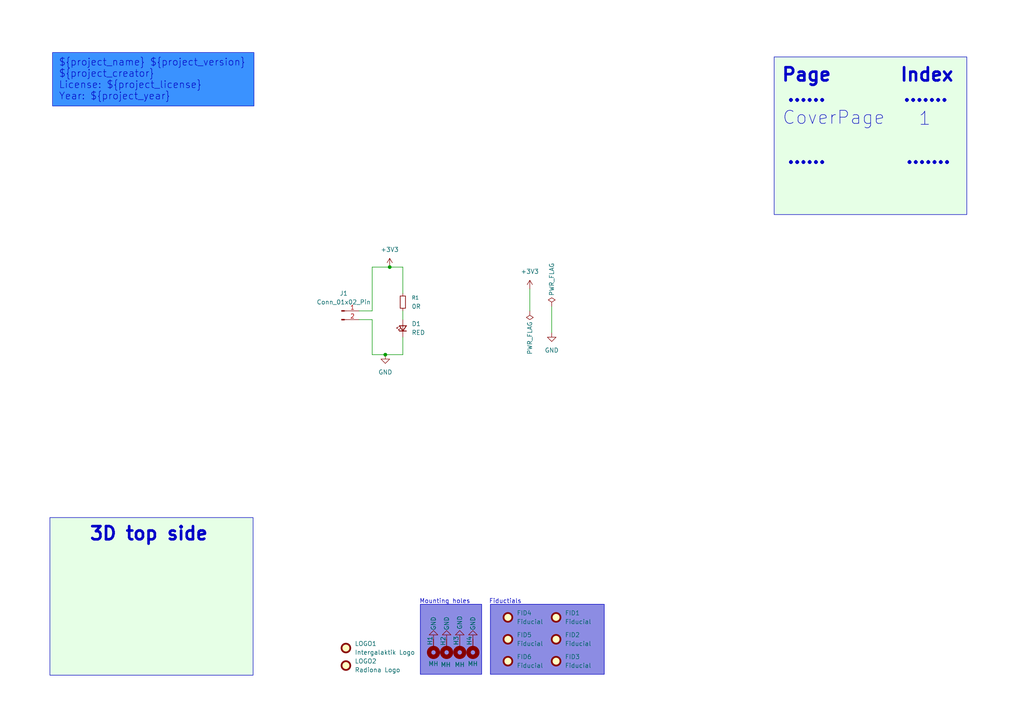
<source format=kicad_sch>
(kicad_sch (version 20250114) (generator "eeschema") (generator_version "9.0")
  (paper "A4")
  (title_block (title "${project_name}") (date "2025-08-19") (rev "${project_version}") (company "${project_creator}") (comment 1 "${project_license}"))
  (lib_symbols
    (symbol "Connector:Conn_01x02_Pin" (pin_names (offset 1.016) (hide yes))
      (property "Reference" "J" (at 0 2.54 0))
      (property "Value" "Conn_01x02_Pin" (at 0 -5.08 0))
      (symbol "Conn_01x02_Pin_1_1"
        (rectangle (start 0.8636 0.127) (end 0 -0.127) (stroke (width 0.1524)) (fill (type outline)))
        (rectangle (start 0.8636 -2.413) (end 0 -2.667) (stroke (width 0.1524)) (fill (type outline)))
        (polyline (pts (xy 1.27 0) (xy 0.8636 0)) (stroke (width 0.1524)))
        (polyline (pts (xy 1.27 -2.54) (xy 0.8636 -2.54)) (stroke (width 0.1524)))
        (pin passive line (at 5.08 0 180) (length 3.81) (name "Pin_1") (number "1"))
        (pin passive line (at 5.08 -2.54 180) (length 3.81) (name "Pin_2") (number "2"))
      )
    )
    (symbol "Device:LED_Small" (pin_numbers (hide yes)) (pin_names (offset 0.254) (hide yes))
      (property "Reference" "D" (at -1.27 3.175 0))
      (property "Value" "LED_Small" (at -4.445 -2.54 0))
      (symbol "LED_Small_0_1"
        (polyline (pts (xy -0.762 -1.016) (xy -0.762 1.016)) (stroke (width 0.254)))
        (polyline (pts (xy 0 0.762) (xy -0.508 1.27) (xy -0.254 1.27) (xy -0.508 1.27) (xy -0.508 1.016)))
        (polyline (pts (xy 0.508 1.27) (xy 0 1.778) (xy 0.254 1.778) (xy 0 1.778) (xy 0 1.524)))
        (polyline (pts (xy 0.762 -1.016) (xy -0.762 0) (xy 0.762 1.016) (xy 0.762 -1.016)) (stroke (width 0.254)))
        (polyline (pts (xy 1.016 0) (xy -0.762 0)))
      )
      (symbol "LED_Small_1_1"
        (pin passive line (at -2.54 0 0) (length 1.778) (name "K") (number "1"))
        (pin passive line (at 2.54 0 180) (length 1.778) (name "A") (number "2"))
      )
    )
    (symbol "Device:R_Small" (pin_numbers (hide yes)) (pin_names (offset 0.254) (hide yes))
      (property "Reference" "R" (at 0 0 90))
      (property "Value" "R_Small" (at 1.778 0 90))
      (symbol "R_Small_0_1"
        (rectangle (start -0.762 1.778) (end 0.762 -1.778) (stroke (width 0.2032)))
      )
      (symbol "R_Small_1_1"
        (pin passive line (at 0 2.54 270) (length 0.762) (name "~") (number "1"))
        (pin passive line (at 0 -2.54 90) (length 0.762) (name "~") (number "2"))
      )
    )
    (symbol "Mechanical:Fiducial" (in_bom no)
      (property "Reference" "FID" (at 0 5.08 0))
      (property "Value" "Fiducial" (at 0 3.175 0))
      (symbol "Fiducial_0_1"
        (circle (center 0 0) (radius 1.27) (stroke (width 0.508)) (fill (type background)))
      )
    )
    (symbol "Mechanical:MountingHole_Pad" (pin_numbers (hide yes)) (pin_names (offset 1.016) (hide yes)) (in_bom no)
      (property "Reference" "H" (at 0 6.35 0))
      (property "Value" "MountingHole_Pad" (at 0 4.445 0))
      (symbol "MountingHole_Pad_0_1"
        (circle (center 0 1.27) (radius 1.27) (stroke (width 1.27)))
      )
      (symbol "MountingHole_Pad_1_1"
        (pin input line (at 0 -2.54 90) (length 2.54) (name "1") (number "1"))
      )
    )
    (symbol "power:+3V3" (power) (pin_numbers (hide yes)) (pin_names (offset 0) (hide yes))
      (property "Value" "+3V3" (at 0 3.556 0))
      (symbol "+3V3_0_1"
        (polyline (pts (xy -0.762 1.27) (xy 0 2.54)))
        (polyline (pts (xy 0 2.54) (xy 0.762 1.27)))
        (polyline (pts (xy 0 0) (xy 0 2.54)))
      )
      (symbol "+3V3_1_1"
        (pin power_in line (at 0 0 90) (length 0) (name "~") (number "1"))
      )
    )
    (symbol "power:GND" (power) (pin_numbers (hide yes)) (pin_names (offset 0) (hide yes))
      (property "Value" "GND" (at 0 -3.81 0))
      (symbol "GND_0_1"
        (polyline (pts (xy 0 0) (xy 0 -1.27) (xy 1.27 -1.27) (xy 0 -2.54) (xy -1.27 -1.27) (xy 0 -1.27)))
      )
      (symbol "GND_1_1"
        (pin power_in line (at 0 0 270) (length 0) (name "~") (number "1"))
      )
    )
    (symbol "power:PWR_FLAG" (power) (pin_numbers (hide yes)) (pin_names (offset 0) (hide yes))
      (property "Value" "PWR_FLAG" (at 0 3.81 0))
      (symbol "PWR_FLAG_0_0"
        (pin power_out line (at 0 0 90) (length 0) (name "~") (number "1"))
      )
      (symbol "PWR_FLAG_0_1"
        (polyline (pts (xy 0 0) (xy 0 1.27) (xy -1.016 1.905) (xy 0 2.54) (xy 1.016 1.905) (xy 0 1.27)))
      )
    )
  )
  (rectangle (start 142.24 175.26) (end 175.26 195.58) (fill (type color) (color 0 0 194 0.45)))
  (rectangle (start 224.536 16.51) (end 280.416 62.23) (fill (type color) (color 0 255 0 0.1)))
  (rectangle (start 121.92 175.26) (end 139.7 195.58) (fill (type color) (color 0 0 194 0.45)))
  (rectangle (start 14.478 150.114) (end 73.406 195.834) (fill (type color) (color 0 255 0 0.1)))
  (rectangle (start 15.24 15.24) (end 73.66 30.734) (fill (type color) (color 58 146 255 1)))
  (text "Fiductials" (at 146.558 174.498 0) (effects (font (size 1.27 1.27))))
  (text "3D top side" (at 43.18 154.94 0) (effects (font (size 3.81 3.81) (thickness 0.762) (bold yes))))
  (text "......" (at 233.934 27.686 0) (effects (font (size 3.81 3.81) (thickness 0.762) (bold yes))))
  (text "1" (at 268.224 34.544 0) (effects (font (size 3.81 3.81))))
  (text "CoverPage" (at 241.808 34.29 0) (effects (font (size 3.81 3.81))))
  (text "......" (at 233.934 45.72 0) (effects (font (size 3.81 3.81) (thickness 0.762) (bold yes))))
  (text "${project_name} ${project_version}\n${project_creator}\nLicense: ${project_license}\nYear: ${project_year}" (at 17.018 17.018 0) (effects (font (size 2.032 2.032)) (justify left top)))
  (text "Page" (at 233.934 21.844 0) (effects (font (size 3.81 3.81) (thickness 0.762) (bold yes))))
  (text "Mounting holes" (at 129.032 174.498 0) (effects (font (size 1.27 1.27))))
  (text "......." (at 269.24 45.72 0) (effects (font (size 3.81 3.81) (thickness 0.762) (bold yes))))
  (text "         Index" (at 255.778 21.844 0) (effects (font (size 3.81 3.81) (thickness 0.762) (bold yes))))
  (text "......." (at 268.478 27.686 0) (effects (font (size 3.81 3.81) (thickness 0.762) (bold yes))))
  (junction (at 113.03 77.47))
  (junction (at 111.76 102.87))
  (wire (pts (xy 107.95 77.47) (xy 113.03 77.47)))
  (wire (pts (xy 116.84 102.87) (xy 116.84 97.79)))
  (wire (pts (xy 153.67 83.82) (xy 153.67 90.17)))
  (wire (pts (xy 107.95 102.87) (xy 111.76 102.87)))
  (wire (pts (xy 116.84 90.17) (xy 116.84 92.71)))
  (wire (pts (xy 107.95 90.17) (xy 107.95 77.47)))
  (wire (pts (xy 111.76 102.87) (xy 116.84 102.87)))
  (wire (pts (xy 160.02 88.9) (xy 160.02 96.52)))
  (wire (pts (xy 104.14 90.17) (xy 107.95 90.17)))
  (wire (pts (xy 116.84 77.47) (xy 116.84 85.09)))
  (wire (pts (xy 107.95 92.71) (xy 107.95 102.87)))
  (wire (pts (xy 104.14 92.71) (xy 107.95 92.71)))
  (wire (pts (xy 113.03 77.47) (xy 116.84 77.47)))
  (symbol (lib_id "Mechanical:Fiducial") (at 147.32 179.07 0) (unit 1) (in_bom no)
    (property "Reference" "FID4" (at 149.86 177.7999 0) (effects (justify left)))
    (property "Value" "Fiducial" (at 149.86 180.3399 0) (effects (justify left)))
    (property "Footprint" "Fiducial:Fiducial_0.5mm_Mask1mm" (effects (hide yes)))
    (property "Description" "Fiducial Marker" (effects (hide yes)))
  )
  (symbol (lib_id "Mechanical:MountingHole_Pad") (at 137.16 187.96 180) (unit 1) (in_bom no)
    (property "Reference" "H4" (at 136.144 187.198 90) (effects (justify right)))
    (property "Value" "MH" (at 135.636 192.532 0) (effects (justify right)))
    (property "Footprint" "MountingHole:MountingHole_3mm_Pad" (effects (hide yes)))
    (property "Description" "Mounting Hole with connection" (effects (hide yes)))
  )
  (symbol (lib_id "Device:LED_Small") (at 116.84 95.25 90) (unit 1)
    (property "Reference" "D1" (at 119.38 93.9164 90) (effects (justify right)))
    (property "Value" "RED" (at 119.38 96.4564 90) (effects (justify right)))
    (property "Footprint" "LED_SMD:LED_0603_1608Metric" (effects (hide yes)))
    (property "Description" "Light emitting diode, small symbol" (effects (hide yes)))
    (property "Sim.Pin" "1=K 2=A" (effects (hide yes)))
    (property "LCSC" "C965799" (effects (hide yes)))
  )
  (symbol (lib_id "power:GND") (at 137.16 185.42 180) (unit 1)
    (property "Reference" "#PWR08" (effects (hide yes)))
    (property "Value" "GND" (at 137.16 182.88 90) (effects (justify right)))
    (property "Description" "Power symbol creates a global label with name \"GND\" , ground" (effects (hide yes)))
  )
  (symbol (lib_id "Mechanical:Fiducial") (at 161.29 185.42 0) (unit 1) (in_bom no)
    (property "Reference" "FID2" (at 163.83 184.1499 0) (effects (justify left)))
    (property "Value" "Fiducial" (at 163.83 186.6899 0) (effects (justify left)))
    (property "Footprint" "Fiducial:Fiducial_0.5mm_Mask1mm" (effects (hide yes)))
    (property "Description" "Fiducial Marker" (effects (hide yes)))
  )
  (symbol (lib_id "Device:R_Small") (at 116.84 87.63 0) (unit 1)
    (property "Reference" "R1" (at 119.38 86.3599 0) (effects (font (size 1.016 1.016)) (justify left)))
    (property "Value" "0R" (at 119.38 88.8999 0) (effects (justify left)))
    (property "Footprint" "Capacitor_SMD:C_0402_1005Metric" (effects (hide yes)))
    (property "Description" "Resistor, small symbol" (effects (hide yes)))
    (property "LCSC" "C106231" (effects (hide yes)))
  )
  (symbol (lib_id "power:GND") (at 125.73 185.42 180) (unit 1)
    (property "Reference" "#PWR05" (effects (hide yes)))
    (property "Value" "GND" (at 125.73 182.88 90) (effects (justify right)))
    (property "Description" "Power symbol creates a global label with name \"GND\" , ground" (effects (hide yes)))
  )
  (symbol (lib_id "power:+3V3") (at 113.03 77.47 0) (unit 1)
    (property "Reference" "#PWR02" (effects (hide yes)))
    (property "Value" "+3V3" (at 113.03 72.39 0))
    (property "Description" "Power symbol creates a global label with name \"+3V3\"" (effects (hide yes)))
  )
  (symbol (lib_id "power:PWR_FLAG") (at 160.02 88.9 0) (unit 1)
    (property "Reference" "#FLG02" (effects (hide yes)))
    (property "Value" "PWR_FLAG" (at 160.02 81.026 90))
    (property "Description" "Special symbol for telling ERC where power comes from" (effects (hide yes)))
  )
  (symbol (lib_id "Mechanical:MountingHole_Pad") (at 133.35 187.96 180) (unit 1) (in_bom no)
    (property "Reference" "H3" (at 132.334 187.198 90) (effects (justify right)))
    (property "Value" "MH" (at 131.826 192.786 0) (effects (justify right)))
    (property "Footprint" "MountingHole:MountingHole_3mm_Pad" (effects (hide yes)))
    (property "Description" "Mounting Hole with connection" (effects (hide yes)))
  )
  (symbol (lib_id "power:GND") (at 133.35 185.42 180) (unit 1)
    (property "Reference" "#PWR07" (effects (hide yes)))
    (property "Value" "GND" (at 133.35 182.626 90) (effects (justify right)))
    (property "Description" "Power symbol creates a global label with name \"GND\" , ground" (effects (hide yes)))
  )
  (symbol (lib_id "power:+3V3") (at 153.67 83.82 0) (unit 1)
    (property "Reference" "#PWR03" (effects (hide yes)))
    (property "Value" "+3V3" (at 153.67 78.74 0))
    (property "Description" "Power symbol creates a global label with name \"+3V3\"" (effects (hide yes)))
  )
  (symbol (lib_id "Mechanical:Fiducial") (at 161.29 179.07 0) (unit 1) (in_bom no)
    (property "Reference" "FID1" (at 163.83 177.7999 0) (effects (justify left)))
    (property "Value" "Fiducial" (at 163.83 180.3399 0) (effects (justify left)))
    (property "Footprint" "Fiducial:Fiducial_0.5mm_Mask1mm" (effects (hide yes)))
    (property "Description" "Fiducial Marker" (effects (hide yes)))
  )
  (symbol (lib_id "Mechanical:MountingHole_Pad") (at 125.73 187.96 180) (unit 1) (in_bom no)
    (property "Reference" "H1" (at 124.714 187.198 90) (effects (justify right)))
    (property "Value" "MH" (at 124.206 192.532 0) (effects (justify right)))
    (property "Footprint" "MountingHole:MountingHole_3mm_Pad" (effects (hide yes)))
    (property "Description" "Mounting Hole with connection" (effects (hide yes)))
  )
  (symbol (lib_id "Mechanical:MountingHole_Pad") (at 129.54 187.96 180) (unit 1) (in_bom no)
    (property "Reference" "H2" (at 128.524 185.928 90))
    (property "Value" "MH" (at 129.286 192.786 0))
    (property "Footprint" "MountingHole:MountingHole_3mm_Pad" (effects (hide yes)))
    (property "Description" "Mounting Hole with connection" (effects (hide yes)))
  )
  (symbol (lib_id "power:PWR_FLAG") (at 153.67 90.17 180) (unit 1)
    (property "Reference" "#FLG01" (effects (hide yes)))
    (property "Value" "PWR_FLAG" (at 153.67 98.044 90))
    (property "Description" "Special symbol for telling ERC where power comes from" (effects (hide yes)))
  )
  (symbol (lib_id "Connector:Conn_01x02_Pin") (at 99.06 90.17 0) (unit 1)
    (property "Reference" "J1" (at 99.695 85.09 0))
    (property "Value" "Conn_01x02_Pin" (at 99.695 87.63 0))
    (property "Footprint" "Connector_PinHeader_2.54mm:PinHeader_1x02_P2.54mm_Vertical" (effects (hide yes)))
    (property "Description" "Generic connector, single row, 01x02, script generated" (effects (hide yes)))
    (property "LCSC" "C18077872" (effects (hide yes)))
  )
  (symbol (lib_id "Mechanical:Fiducial") (at 100.33 193.04 0) (unit 1) (in_bom no)
    (property "Reference" "LOGO2" (at 102.87 191.7699 0) (effects (justify left)))
    (property "Value" "Radiona Logo" (at 102.87 194.3099 0) (effects (justify left)))
    (property "Footprint" "radiona:radiona" (effects (hide yes)))
    (property "Description" "Fiducial Marker" (effects (hide yes)))
  )
  (symbol (lib_id "Mechanical:Fiducial") (at 147.32 191.77 0) (unit 1) (in_bom no)
    (property "Reference" "FID6" (at 149.86 190.4999 0) (effects (justify left)))
    (property "Value" "Fiducial" (at 149.86 193.0399 0) (effects (justify left)))
    (property "Footprint" "Fiducial:Fiducial_0.5mm_Mask1mm" (effects (hide yes)))
    (property "Description" "Fiducial Marker" (effects (hide yes)))
  )
  (symbol (lib_id "power:GND") (at 111.76 102.87 0) (unit 1)
    (property "Reference" "#PWR01" (effects (hide yes)))
    (property "Value" "GND" (at 111.76 107.95 0))
    (property "Description" "Power symbol creates a global label with name \"GND\" , ground" (effects (hide yes)))
  )
  (symbol (lib_id "power:GND") (at 129.54 185.42 180) (unit 1)
    (property "Reference" "#PWR06" (effects (hide yes)))
    (property "Value" "GND" (at 129.54 182.88 90) (effects (justify right)))
    (property "Description" "Power symbol creates a global label with name \"GND\" , ground" (effects (hide yes)))
  )
  (symbol (lib_id "Mechanical:Fiducial") (at 147.32 185.42 0) (unit 1) (in_bom no)
    (property "Reference" "FID5" (at 149.86 184.1499 0) (effects (justify left)))
    (property "Value" "Fiducial" (at 149.86 186.6899 0) (effects (justify left)))
    (property "Footprint" "Fiducial:Fiducial_0.5mm_Mask1mm" (effects (hide yes)))
    (property "Description" "Fiducial Marker" (effects (hide yes)))
  )
  (symbol (lib_id "Mechanical:Fiducial") (at 100.33 187.96 0) (unit 1) (in_bom no)
    (property "Reference" "LOGO1" (at 102.87 186.6899 0) (effects (justify left)))
    (property "Value" "Intergalaktik Logo" (at 102.87 189.2299 0) (effects (justify left)))
    (property "Footprint" "intergalaktik:intergalaktik" (effects (hide yes)))
    (property "Description" "Fiducial Marker" (effects (hide yes)))
  )
  (symbol (lib_id "power:GND") (at 160.02 96.52 0) (unit 1)
    (property "Reference" "#PWR04" (effects (hide yes)))
    (property "Value" "GND" (at 160.02 101.6 0))
    (property "Description" "Power symbol creates a global label with name \"GND\" , ground" (effects (hide yes)))
  )
  (symbol (lib_id "Mechanical:Fiducial") (at 161.29 191.77 0) (unit 1) (in_bom no)
    (property "Reference" "FID3" (at 163.83 190.4999 0) (effects (justify left)))
    (property "Value" "Fiducial" (at 163.83 193.0399 0) (effects (justify left)))
    (property "Footprint" "Fiducial:Fiducial_0.5mm_Mask1mm" (effects (hide yes)))
    (property "Description" "Fiducial Marker" (effects (hide yes)))
  )
)
</source>
